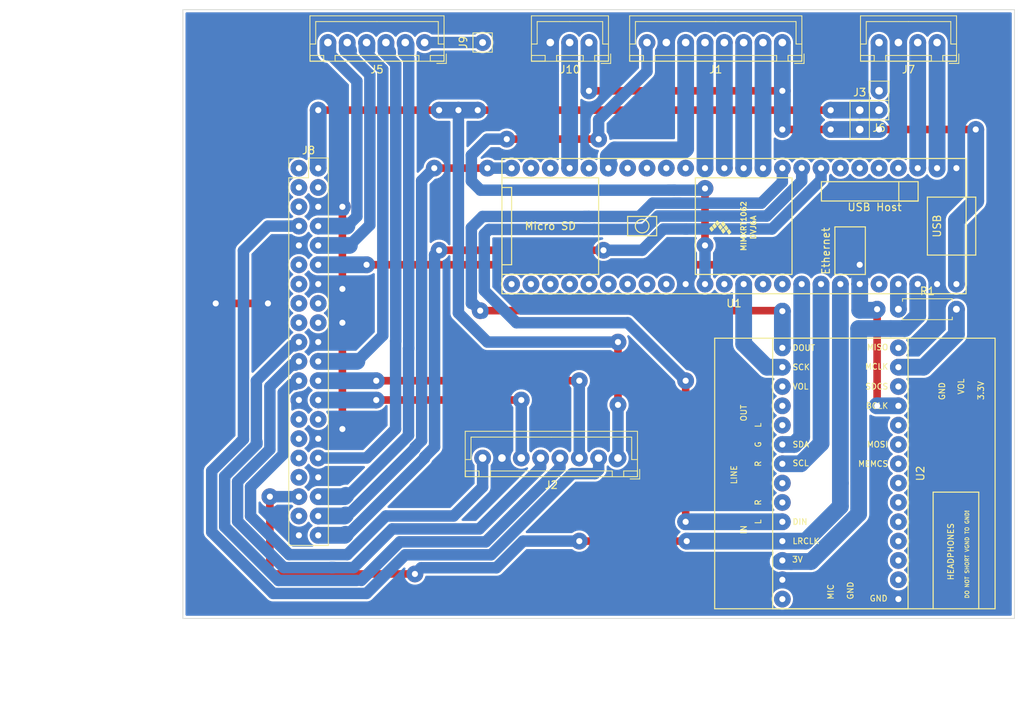
<source format=kicad_pcb>
(kicad_pcb (version 20171130) (host pcbnew "(5.1.6)-1")
  (layers (0 F.Cu signal) (31 B.Cu signal) (34 B.Paste user) (35 F.Paste user) (36 B.SilkS user) (37 F.SilkS user) (38 B.Mask user) (39 F.Mask user) (44 Edge.Cuts user))
  (net 0 "")
  (net 1 T3_TOUCH_CS)
  (net 2 T3_LED_CS)
  (net 3 T3_CD)
  (net 4 T3_SCLK)
  (net 5 T3_MOSI)
  (net 6 T3_MISO)
  (net 7 GND)
  (net 8 T41_VIN)
  (net 9 RPI_5V)
  (net 10 RPI_MISO)
  (net 11 RPI_MOSI)
  (net 12 RPI_SCLK)
  (net 13 RPI_CD)
  (net 14 RPI_LED_CS)
  (net 15 RPI_TOUCH_CS)
  (net 16 T32_VIN)
  (net 17 RPI_3.3V)
  (net 18 OCTO_SDA)
  (net 19 OCTO_SCL)
  (net 20 RPI_TX)
  (net 21 RPI_RX)
  (net 22 UNUSED_DISPLAY_TOUCH_IRQ)
  (net 23 BCLK1)
  (net 24 OCTO_MULT0)
  (net 25 OCTO_MULT1)
  (net 26 OCTO_MULT2)
  (net 27 OCTO_MULT3)
  (net 28 RPI_READY)
  (net 29 OCTO_RESET)
  (net 30 RPI_I2S_RX_ACTIVE)
  (net 31 LRCLK1)
  (net 32 RPI_I2S_TX_ACTIVE)
  (net 33 I2S_TX1B)
  (net 34 I2S_RX1B)
  (net 35 RPI_RUN)
  (net 36 LED_DIN)
  (net 37 T41_RX)
  (net 38 T41_TX)
  (net 39 MCLK1)
  (net 40 "Net-(R1-Pad2)")
  (net 41 T41_3.3V)
  (net 42 "Net-(U1-Pad44)")
  (net 43 I2C_SCL)
  (net 44 I2C_SCA)
  (net 45 "Net-(U1-Pad39)")
  (net 46 "Net-(U1-Pad38)")
  (net 47 I2C_SCLK)
  (net 48 "Net-(U1-Pad36)")
  (net 49 "Net-(U1-Pad4)")
  (net 50 "Net-(U1-Pad5)")
  (net 51 "Net-(U1-Pad6)")
  (net 52 "Net-(U1-Pad7)")
  (net 53 I2S_TX1A)
  (net 54 I2S_RX1A)
  (net 55 "Net-(U1-Pad33)")
  (net 56 "Net-(U1-Pad32)")
  (net 57 "Net-(U1-Pad31)")
  (net 58 "Net-(U1-Pad30)")
  (net 59 "Net-(U1-Pad29)")
  (net 60 "Net-(U1-Pad28)")
  (net 61 "Net-(U1-Pad27)")
  (net 62 "Net-(U1-Pad26)")
  (net 63 "Net-(U1-Pad25)")
  (net 64 "Net-(U1-Pad23)")
  (net 65 "Net-(U1-Pad22)")
  (net 66 +3V3)
  (net 67 "Net-(U1-Pad16)")
  (net 68 "Net-(U1-Pad20)")
  (net 69 "Net-(U1-Pad18)")
  (net 70 "Net-(U1-Pad17)")
  (net 71 "Net-(U2-Pad2)")
  (net 72 "Net-(U2-Pad3)")
  (net 73 "Net-(U2-Pad4)")
  (net 74 "Net-(U2-Pad5)")
  (net 75 "Net-(U2-Pad6)")
  (net 76 "Net-(U2-Pad7)")
  (net 77 "Net-(U2-Pad8)")
  (net 78 "Net-(U2-Pad9)")
  (net 79 "Net-(U2-Pad10)")
  (net 80 "Net-(U2-Pad12)")
  (net 81 "Net-(U2-Pad14)")
  (net 82 "Net-(U2-Pad22)")
  (net 83 "Net-(U2-Pad23)")
  (net 84 "Net-(U2-Pad28)")
  (net 85 "Net-(U2-Pad19)")
  (net 86 "Net-(U2-Pad18)")
  (net 87 "Net-(U2-Pad17)")
  (net 88 "Net-(J8-Pad17)")
  (net 89 "Net-(J8-Pad27)")
  (net 90 "Net-(J8-Pad28)")
  (net 91 "Net-(J8-Pad31)")
  (net 92 "Net-(J8-Pad33)")
  (net 93 "Net-(J8-Pad37)")
  (net 94 "Net-(J8-Pad4)")
  (module 0_my_teensy:myTeensy41 (layer F.Cu) (at 101.6 -59.182 180)
    (fp_text reference U1 (at 29.21 -17.78) (layer F.SilkS))
    (fp_text value myTeensy4.1)
    (fp_text user DVJ6A (at 26.67 -7.8 270) (layer F.SilkS) (effects (font (size 0.7 0.7))))
    (fp_text user MIMXRT1062 (at 27.94 -7.62 270) (layer F.SilkS) (effects (font (size 0.7 0.7))))
    (fp_text user "Micro SD" (at 53.34 -7.62) (layer F.SilkS))
    (fp_text user USB (at 2.54 -7.62 270) (layer F.SilkS))
    (fp_text user Ethernet (at 17.145 -10.8966 90) (layer F.SilkS))
    (fp_text user "USB Host" (at 10.7442 -5.1308) (layer F.SilkS))
    (pad 48 thru_hole circle (at 0 -15.24 180) (size 2.2 2.2) (drill 0.8) (layers *.Cu *.Mask) (net 8 T41_VIN))
    (pad 47 thru_hole circle (at 2.54 -15.24 180) (size 2.2 2.2) (drill 0.8) (layers *.Cu *.Mask) (net 7 GND))
    (pad 46 thru_hole circle (at 5.08 -15.24 180) (size 2.2 2.2) (drill 0.8) (layers *.Cu *.Mask) (net 41 T41_3.3V))
    (pad 45 thru_hole circle (at 7.62 -15.24 180) (size 2.2 2.2) (drill 0.8) (layers *.Cu *.Mask) (net 39 MCLK1))
    (pad 44 thru_hole circle (at 10.16 -15.24 180) (size 2.2 2.2) (drill 0.8) (layers *.Cu *.Mask) (net 42 "Net-(U1-Pad44)"))
    (pad 43 thru_hole circle (at 12.7 -15.24 180) (size 2.2 2.2) (drill 0.8) (layers *.Cu *.Mask) (net 23 BCLK1))
    (pad 42 thru_hole circle (at 15.24 -15.24 180) (size 2.2 2.2) (drill 0.8) (layers *.Cu *.Mask) (net 31 LRCLK1))
    (pad 41 thru_hole circle (at 17.78 -15.24 180) (size 2.2 2.2) (drill 0.8) (layers *.Cu *.Mask) (net 43 I2C_SCL))
    (pad 40 thru_hole circle (at 20.32 -15.24 180) (size 2.2 2.2) (drill 0.8) (layers *.Cu *.Mask) (net 44 I2C_SCA))
    (pad 39 thru_hole circle (at 22.86 -15.24 180) (size 2.2 2.2) (drill 0.8) (layers *.Cu *.Mask) (net 45 "Net-(U1-Pad39)"))
    (pad 38 thru_hole circle (at 25.4 -15.24 180) (size 2.2 2.2) (drill 0.8) (layers *.Cu *.Mask) (net 46 "Net-(U1-Pad38)"))
    (pad 37 thru_hole circle (at 27.94 -15.24 180) (size 2.2 2.2) (drill 0.8) (layers *.Cu *.Mask) (net 47 I2C_SCLK))
    (pad 36 thru_hole circle (at 30.48 -15.24 180) (size 2.2 2.2) (drill 0.8) (layers *.Cu *.Mask) (net 48 "Net-(U1-Pad36)"))
    (pad 35 thru_hole circle (at 33.02 -15.24 180) (size 2.2 2.2) (drill 0.8) (layers *.Cu *.Mask) (net 4 T3_SCLK))
    (pad 1 thru_hole circle (at 0 0 180) (size 2.2 2.2) (drill 0.8) (layers *.Cu *.Mask) (net 7 GND))
    (pad 2 thru_hole circle (at 2.54 0 180) (size 2.2 2.2) (drill 0.8) (layers *.Cu *.Mask) (net 37 T41_RX))
    (pad 3 thru_hole circle (at 5.08 0 180) (size 2.2 2.2) (drill 0.8) (layers *.Cu *.Mask) (net 38 T41_TX))
    (pad 4 thru_hole circle (at 7.62 0 180) (size 2.2 2.2) (drill 0.8) (layers *.Cu *.Mask) (net 49 "Net-(U1-Pad4)"))
    (pad 5 thru_hole circle (at 10.16 0 180) (size 2.2 2.2) (drill 0.8) (layers *.Cu *.Mask) (net 50 "Net-(U1-Pad5)"))
    (pad 6 thru_hole circle (at 12.7 0 180) (size 2.2 2.2) (drill 0.8) (layers *.Cu *.Mask) (net 51 "Net-(U1-Pad6)"))
    (pad 7 thru_hole circle (at 15.24 0 180) (size 2.2 2.2) (drill 0.8) (layers *.Cu *.Mask) (net 52 "Net-(U1-Pad7)"))
    (pad 8 thru_hole circle (at 17.78 0 180) (size 2.2 2.2) (drill 0.8) (layers *.Cu *.Mask) (net 34 I2S_RX1B))
    (pad 9 thru_hole circle (at 20.32 0 180) (size 2.2 2.2) (drill 0.8) (layers *.Cu *.Mask) (net 53 I2S_TX1A))
    (pad 10 thru_hole circle (at 22.86 0 180) (size 2.2 2.2) (drill 0.8) (layers *.Cu *.Mask) (net 54 I2S_RX1A))
    (pad 11 thru_hole circle (at 25.4 0 180) (size 2.2 2.2) (drill 0.8) (layers *.Cu *.Mask) (net 3 T3_CD))
    (pad 12 thru_hole circle (at 27.94 0 180) (size 2.2 2.2) (drill 0.8) (layers *.Cu *.Mask) (net 2 T3_LED_CS))
    (pad 13 thru_hole circle (at 30.48 0 180) (size 2.2 2.2) (drill 0.8) (layers *.Cu *.Mask) (net 5 T3_MOSI))
    (pad 34 thru_hole circle (at 35.56 -15.24 180) (size 2.2 2.2) (drill 0.8) (layers *.Cu *.Mask) (net 7 GND))
    (pad 33 thru_hole circle (at 38.1 -15.24 180) (size 2.2 2.2) (drill 0.8) (layers *.Cu *.Mask) (net 55 "Net-(U1-Pad33)"))
    (pad 32 thru_hole circle (at 40.64 -15.24 180) (size 2.2 2.2) (drill 0.8) (layers *.Cu *.Mask) (net 56 "Net-(U1-Pad32)"))
    (pad 31 thru_hole circle (at 43.18 -15.24 180) (size 2.2 2.2) (drill 0.8) (layers *.Cu *.Mask) (net 57 "Net-(U1-Pad31)"))
    (pad 30 thru_hole circle (at 45.72 -15.24 180) (size 2.2 2.2) (drill 0.8) (layers *.Cu *.Mask) (net 58 "Net-(U1-Pad30)"))
    (pad 29 thru_hole circle (at 48.26 -15.24 180) (size 2.2 2.2) (drill 0.8) (layers *.Cu *.Mask) (net 59 "Net-(U1-Pad29)"))
    (pad 28 thru_hole circle (at 50.8 -15.24 180) (size 2.2 2.2) (drill 0.8) (layers *.Cu *.Mask) (net 60 "Net-(U1-Pad28)"))
    (pad 27 thru_hole circle (at 53.34 -15.24 180) (size 2.2 2.2) (drill 0.8) (layers *.Cu *.Mask) (net 61 "Net-(U1-Pad27)"))
    (pad 26 thru_hole circle (at 55.88 -15.24 180) (size 2.2 2.2) (drill 0.8) (layers *.Cu *.Mask) (net 62 "Net-(U1-Pad26)"))
    (pad 25 thru_hole circle (at 58.42 -15.24 180) (size 2.2 2.2) (drill 0.8) (layers *.Cu *.Mask) (net 63 "Net-(U1-Pad25)"))
    (pad 24 thru_hole circle (at 58.42 0 180) (size 2.2 2.2) (drill 0.8) (layers *.Cu *.Mask) (net 33 I2S_TX1B))
    (pad 23 thru_hole circle (at 55.88 0 180) (size 2.2 2.2) (drill 0.8) (layers *.Cu *.Mask) (net 64 "Net-(U1-Pad23)"))
    (pad 22 thru_hole circle (at 53.34 0 180) (size 2.2 2.2) (drill 0.8) (layers *.Cu *.Mask) (net 65 "Net-(U1-Pad22)"))
    (pad 21 thru_hole circle (at 50.8 0 180) (size 2.2 2.2) (drill 0.8) (layers *.Cu *.Mask) (net 36 LED_DIN))
    (pad 14 thru_hole circle (at 33.02 0 180) (size 2.2 2.2) (drill 0.8) (layers *.Cu *.Mask) (net 6 T3_MISO))
    (pad 15 thru_hole circle (at 35.56 0 180) (size 2.2 2.2) (drill 0.8) (layers *.Cu *.Mask) (net 66 +3V3))
    (pad 16 thru_hole circle (at 38.1 0 180) (size 2.2 2.2) (drill 0.8) (layers *.Cu *.Mask) (net 67 "Net-(U1-Pad16)"))
    (pad 20 thru_hole circle (at 48.26 0 180) (size 2.2 2.2) (drill 0.8) (layers *.Cu *.Mask) (net 68 "Net-(U1-Pad20)"))
    (pad 19 thru_hole circle (at 45.72 0 180) (size 2.2 2.2) (drill 0.8) (layers *.Cu *.Mask) (net 1 T3_TOUCH_CS))
    (pad 18 thru_hole circle (at 43.18 0 180) (size 2.2 2.2) (drill 0.8) (layers *.Cu *.Mask) (net 69 "Net-(U1-Pad18)"))
    (pad 17 thru_hole circle (at 40.64 0 180) (size 2.2 2.2) (drill 0.8) (layers *.Cu *.Mask) (net 70 "Net-(U1-Pad17)"))
  )
  (module 0_my_teensy:audioShieldRevB (layer F.Cu) (at 93.98 -2.54 90)
    (fp_text reference U2 (at 16.51 2.89814 90) (layer F.SilkS))
    (fp_text value teensyAudioRevB)
    (fp_text user 3.3V (at 27.40406 10.8458 90) (layer F.SilkS) (effects (font (size 0.762 0.762) (thickness 0.127))))
    (fp_text user VOL (at 27.94 8.23976 90) (layer F.SilkS) (effects (font (size 0.762 0.762) (thickness 0.127))))
    (fp_text user GND (at 27.331489 5.73278 90) (layer F.SilkS) (effects (font (size 0.762 0.762) (thickness 0.127))))
    (fp_text user L (at 22.86 -18.415 90) (layer F.SilkS) (effects (font (size 0.762 0.762) (thickness 0.127))))
    (fp_text user G (at 20.32 -18.415 90) (layer F.SilkS) (effects (font (size 0.762 0.762) (thickness 0.127))))
    (fp_text user R (at 17.78 -18.415 90) (layer F.SilkS) (effects (font (size 0.762 0.762) (thickness 0.127))))
    (fp_text user R (at 12.7 -18.415 90) (layer F.SilkS) (effects (font (size 0.762 0.762) (thickness 0.127))))
    (fp_text user L (at 10.16 -18.415 90) (layer F.SilkS) (effects (font (size 0.762 0.762) (thickness 0.127))))
    (fp_text user OUT (at 24.4602 -20.31238 90) (layer F.SilkS) (effects (font (size 0.762 0.762) (thickness 0.127))))
    (fp_text user IN (at 9.1186 -20.30984 90) (layer F.SilkS) (effects (font (size 0.762 0.762) (thickness 0.127))))
    (fp_text user GND (at 0.08636 -2.594852) (layer F.SilkS) (effects (font (size 0.762 0.762) (thickness 0.127))))
    (fp_text user MIC (at 0.954314 -8.88238 90) (layer F.SilkS) (effects (font (size 0.762 0.762) (thickness 0.127))))
    (fp_text user GND (at 1.1176 -6.29412 90) (layer F.SilkS) (effects (font (size 0.762 0.762) (thickness 0.127))))
    (fp_text user SCK (at 30.48 -13.97 180) (layer F.SilkS) (effects (font (size 0.762 0.762) (thickness 0.127)) (justify left)))
    (fp_text user VOL (at 27.94 -13.97) (layer F.SilkS) (effects (font (size 0.762 0.762) (thickness 0.127)) (justify left)))
    (fp_text user 3V (at 5.20954 -13.254808) (layer F.SilkS) (effects (font (size 0.762 0.762) (thickness 0.127))))
    (fp_text user LRCLK (at 7.62 -13.97) (layer F.SilkS) (effects (font (size 0.762 0.762) (thickness 0.127)) (justify left)))
    (fp_text user BCLK (at 25.4 -1.27) (layer F.SilkS) (effects (font (size 0.762 0.762) (thickness 0.127)) (justify right)))
    (fp_text user SCL (at 17.86636 -13.97) (layer F.SilkS) (effects (font (size 0.762 0.762) (thickness 0.127)) (justify left)))
    (fp_text user SDA (at 20.32 -13.97) (layer F.SilkS) (effects (font (size 0.762 0.762) (thickness 0.127)) (justify left)))
    (fp_text user MEMCS (at 17.78 -1.27 180) (layer F.SilkS) (effects (font (size 0.762 0.762) (thickness 0.127)) (justify right)))
    (fp_text user DIN (at 10.16 -13.97) (layer F.SilkS) (effects (font (size 0.762 0.762) (thickness 0.127)) (justify left)))
    (fp_text user DOUT (at 33.02 -13.97) (layer F.SilkS) (effects (font (size 0.762 0.762) (thickness 0.127)) (justify left)))
    (fp_text user SDCS (at 27.94 -1.27) (layer F.SilkS) (effects (font (size 0.762 0.762) (thickness 0.127)) (justify right)))
    (fp_text user MOSI (at 20.32 -1.27) (layer F.SilkS) (effects (font (size 0.762 0.762) (thickness 0.127)) (justify right)))
    (fp_text user MISO (at 33.09112 -1.27) (layer F.SilkS) (effects (font (size 0.762 0.762) (thickness 0.127)) (justify right)))
    (fp_text user HEADPHONES (at 6.23316 6.88594 90) (layer F.SilkS) (effects (font (size 0.762 0.762) (thickness 0.127))))
    (fp_text user "DO NOT SHORT VGND TO GND!" (at 5.87756 9.02208 90) (layer F.SilkS) (effects (font (size 0.508 0.508) (thickness 0.1016))))
    (fp_text user LINE (at 16.34236 -21.59 90) (layer F.SilkS) (effects (font (size 0.762 0.762) (thickness 0.127))))
    (fp_text user MCLK (at 30.55112 -1.27) (layer F.SilkS) (effects (font (size 0.762 0.762) (thickness 0.127)) (justify right)))
    (pad 1 thru_hole circle (at 0 0 90) (size 2.2 2.2) (drill 0.8) (layers *.Cu *.Mask) (net 7 GND))
    (pad 2 thru_hole circle (at 2.54 0 90) (size 2.2 2.2) (drill 0.8) (layers *.Cu *.Mask) (net 71 "Net-(U2-Pad2)"))
    (pad 3 thru_hole circle (at 5.08 0 90) (size 2.2 2.2) (drill 0.8) (layers *.Cu *.Mask) (net 72 "Net-(U2-Pad3)"))
    (pad 4 thru_hole circle (at 7.62 0 90) (size 2.2 2.2) (drill 0.8) (layers *.Cu *.Mask) (net 73 "Net-(U2-Pad4)"))
    (pad 5 thru_hole circle (at 10.16 0 90) (size 2.2 2.2) (drill 0.8) (layers *.Cu *.Mask) (net 74 "Net-(U2-Pad5)"))
    (pad 6 thru_hole circle (at 12.7 0 90) (size 2.2 2.2) (drill 0.8) (layers *.Cu *.Mask) (net 75 "Net-(U2-Pad6)"))
    (pad 7 thru_hole circle (at 15.24 0 90) (size 2.2 2.2) (drill 0.8) (layers *.Cu *.Mask) (net 76 "Net-(U2-Pad7)"))
    (pad 8 thru_hole circle (at 17.78 0 90) (size 2.2 2.2) (drill 0.8) (layers *.Cu *.Mask) (net 77 "Net-(U2-Pad8)"))
    (pad 9 thru_hole circle (at 20.32 0 90) (size 2.2 2.2) (drill 0.8) (layers *.Cu *.Mask) (net 78 "Net-(U2-Pad9)"))
    (pad 10 thru_hole circle (at 22.86 0 90) (size 2.2 2.2) (drill 0.8) (layers *.Cu *.Mask) (net 79 "Net-(U2-Pad10)"))
    (pad 11 thru_hole circle (at 25.4 0 90) (size 2.2 2.2) (drill 0.8) (layers *.Cu *.Mask) (net 23 BCLK1))
    (pad 12 thru_hole circle (at 27.94 0 90) (size 2.2 2.2) (drill 0.8) (layers *.Cu *.Mask) (net 80 "Net-(U2-Pad12)"))
    (pad 13 thru_hole circle (at 30.48 0 90) (size 2.2 2.2) (drill 0.8) (layers *.Cu *.Mask) (net 40 "Net-(R1-Pad2)"))
    (pad 14 thru_hole circle (at 33.02 0 90) (size 2.2 2.2) (drill 0.8) (layers *.Cu *.Mask) (net 81 "Net-(U2-Pad14)"))
    (pad 15 thru_hole circle (at 33.02 -15.24 90) (size 2.2 2.2) (drill 0.8) (layers *.Cu *.Mask) (net 54 I2S_RX1A))
    (pad 16 thru_hole circle (at 30.48 -15.24 90) (size 2.2 2.2) (drill 0.8) (layers *.Cu *.Mask) (net 47 I2C_SCLK))
    (pad 17 thru_hole circle (at 27.94 -15.24 90) (size 2.2 2.2) (drill 0.8) (layers *.Cu *.Mask) (net 87 "Net-(U2-Pad17)"))
    (pad 18 thru_hole circle (at 25.4 -15.24 90) (size 2.2 2.2) (drill 0.8) (layers *.Cu *.Mask) (net 86 "Net-(U2-Pad18)"))
    (pad 19 thru_hole circle (at 22.86 -15.24 90) (size 2.2 2.2) (drill 0.8) (layers *.Cu *.Mask) (net 85 "Net-(U2-Pad19)"))
    (pad 20 thru_hole circle (at 20.32 -15.24 90) (size 2.2 2.2) (drill 0.8) (layers *.Cu *.Mask) (net 44 I2C_SCA))
    (pad 21 thru_hole circle (at 17.78 -15.24 90) (size 2.2 2.2) (drill 0.8) (layers *.Cu *.Mask) (net 43 I2C_SCL))
    (pad 22 thru_hole circle (at 15.24 -15.24 90) (size 2.2 2.2) (drill 0.8) (layers *.Cu *.Mask) (net 82 "Net-(U2-Pad22)"))
    (pad 23 thru_hole circle (at 12.7 -15.24 90) (size 2.2 2.2) (drill 0.8) (layers *.Cu *.Mask) (net 83 "Net-(U2-Pad23)"))
    (pad 24 thru_hole circle (at 10.16 -15.24 90) (size 2.2 2.2) (drill 0.8) (layers *.Cu *.Mask) (net 53 I2S_TX1A))
    (pad 25 thru_hole circle (at 7.62 -15.24 90) (size 2.2 2.2) (drill 0.8) (layers *.Cu *.Mask) (net 31 LRCLK1))
    (pad 26 thru_hole circle (at 5.08 -15.24 90) (size 2.2 2.2) (drill 0.8) (layers *.Cu *.Mask) (net 41 T41_3.3V))
    (pad 27 thru_hole circle (at 2.54 -15.24 90) (size 2.2 2.2) (drill 0.8) (layers *.Cu *.Mask) (net 7 GND))
    (pad 28 thru_hole circle (at 0 -15.24 90) (size 2.2 2.2) (drill 0.8) (layers *.Cu *.Mask) (net 84 "Net-(U2-Pad28)"))
  )
  (module 0_my_footprints:myJSTx08 (layer F.Cu) (at 78.74 -75.692 180)
    (fp_text reference J1 (at 8.75 -3.55) (layer F.SilkS))
    (fp_text value T3_ILI9488)
    (pad 8 thru_hole circle (at 17.78 0 180) (size 2.2 2.2) (drill 1) (layers *.Cu *.Mask) (net 4 T3_SCLK))
    (pad 7 thru_hole circle (at 15.24 0 180) (size 2.2 2.2) (drill 1) (layers *.Cu *.Mask) (net 7 GND))
    (pad 6 thru_hole circle (at 12.7 0 180) (size 2.2 2.2) (drill 1) (layers *.Cu *.Mask) (net 1 T3_TOUCH_CS))
    (pad 5 thru_hole circle (at 10.16 0 180) (size 2.2 2.2) (drill 1) (layers *.Cu *.Mask) (net 6 T3_MISO))
    (pad 4 thru_hole circle (at 7.62 0 180) (size 2.2 2.2) (drill 1) (layers *.Cu *.Mask) (net 5 T3_MOSI))
    (pad 3 thru_hole circle (at 5.08 0 180) (size 2.2 2.2) (drill 1) (layers *.Cu *.Mask) (net 2 T3_LED_CS))
    (pad 2 thru_hole circle (at 2.54 0 180) (size 2.2 2.2) (drill 1) (layers *.Cu *.Mask) (net 3 T3_CD))
    (pad 1 thru_hole circle (at 0 0 180) (size 2.2 2.2) (drill 1) (layers *.Cu *.Mask) (net 8 T41_VIN))
  )
  (module 0_my_footprints:myJSTx08 (layer F.Cu) (at 57.15 -21.082 180)
    (fp_text reference J2 (at 8.75 -3.55) (layer F.SilkS))
    (fp_text value RPI_ILI9488)
    (pad 1 thru_hole circle (at 0 0 180) (size 2.2 2.2) (drill 1) (layers *.Cu *.Mask) (net 9 RPI_5V))
    (pad 2 thru_hole circle (at 2.54 0 180) (size 2.2 2.2) (drill 1) (layers *.Cu *.Mask) (net 13 RPI_CD))
    (pad 3 thru_hole circle (at 5.08 0 180) (size 2.2 2.2) (drill 1) (layers *.Cu *.Mask) (net 14 RPI_LED_CS))
    (pad 4 thru_hole circle (at 7.62 0 180) (size 2.2 2.2) (drill 1) (layers *.Cu *.Mask) (net 11 RPI_MOSI))
    (pad 5 thru_hole circle (at 10.16 0 180) (size 2.2 2.2) (drill 1) (layers *.Cu *.Mask) (net 10 RPI_MISO))
    (pad 6 thru_hole circle (at 12.7 0 180) (size 2.2 2.2) (drill 1) (layers *.Cu *.Mask) (net 15 RPI_TOUCH_CS))
    (pad 7 thru_hole circle (at 15.24 0 180) (size 2.2 2.2) (drill 1) (layers *.Cu *.Mask) (net 7 GND))
    (pad 8 thru_hole circle (at 17.78 0 180) (size 2.2 2.2) (drill 1) (layers *.Cu *.Mask) (net 12 RPI_SCLK))
  )
  (module 0_my_footprints:myPinHeader_1x02 (layer F.Cu) (at 88.9 -66.802)
    (fp_text reference J3 (at 0 -2.33) (layer F.SilkS))
    (fp_text value "T41 Power")
    (pad 1 thru_hole circle (at 0 0) (size 2.2 2.2) (drill 1) (layers *.Cu *.Mask) (net 9 RPI_5V))
    (pad 2 thru_hole circle (at 0 2.54) (size 2.2 2.2) (drill 1) (layers *.Cu *.Mask) (net 8 T41_VIN))
  )
  (module 0_my_footprints:myJSTx06 (layer F.Cu) (at 31.75 -75.692 180)
    (fp_text reference J5 (at 6.25 -3.55) (layer F.SilkS))
    (fp_text value "rPi to T32")
    (pad 1 thru_hole circle (at 0 0 180) (size 2.2 2.2) (drill 1) (layers *.Cu *.Mask) (net 35 RPI_RUN))
    (pad 2 thru_hole circle (at 2.54 0 180) (size 2.2 2.2) (drill 1) (layers *.Cu *.Mask) (net 32 RPI_I2S_TX_ACTIVE))
    (pad 3 thru_hole circle (at 5.08 0 180) (size 2.2 2.2) (drill 1) (layers *.Cu *.Mask) (net 30 RPI_I2S_RX_ACTIVE))
    (pad 4 thru_hole circle (at 7.62 0 180) (size 2.2 2.2) (drill 1) (layers *.Cu *.Mask) (net 28 RPI_READY))
    (pad 5 thru_hole circle (at 10.16 0 180) (size 2.2 2.2) (drill 1) (layers *.Cu *.Mask) (net 21 RPI_RX))
    (pad 6 thru_hole circle (at 12.7 0 180) (size 2.2 2.2) (drill 1) (layers *.Cu *.Mask) (net 20 RPI_TX))
  )
  (module 0_my_footprints:myPinHeader_1x02 (layer F.Cu) (at 91.44 -66.802 180)
    (fp_text reference J6 (at 0 -2.33) (layer F.SilkS))
    (fp_text value "T32 Power")
    (pad 2 thru_hole circle (at 0 2.54 180) (size 2.2 2.2) (drill 1) (layers *.Cu *.Mask) (net 16 T32_VIN))
    (pad 1 thru_hole circle (at 0 0 180) (size 2.2 2.2) (drill 1) (layers *.Cu *.Mask) (net 9 RPI_5V))
  )
  (module 0_my_footprints:myJSTx04 (layer F.Cu) (at 99.06 -75.692 180)
    (fp_text reference J7 (at 3.75 -3.55) (layer F.SilkS))
    (fp_text value "T41 to T32")
    (pad 1 thru_hole circle (at 0 0 180) (size 2.2 2.2) (drill 1) (layers *.Cu *.Mask) (net 37 T41_RX))
    (pad 2 thru_hole circle (at 2.54 0 180) (size 2.2 2.2) (drill 1) (layers *.Cu *.Mask) (net 38 T41_TX))
    (pad 3 thru_hole circle (at 5.08 0 180) (size 2.2 2.2) (drill 1) (layers *.Cu *.Mask) (net 7 GND))
    (pad 4 thru_hole circle (at 7.62 0 180) (size 2.2 2.2) (drill 1) (layers *.Cu *.Mask) (net 16 T32_VIN))
  )
  (module 0_my_footprints:myRpiConnector (layer F.Cu) (at 15.24 -59.182)
    (fp_text reference J8 (at 1.27 -2.33) (layer F.SilkS))
    (fp_text value rpi_connector)
    (pad 1 thru_hole circle (at 0 0) (size 2.2 2.2) (drill 0.8) (layers *.Cu *.Mask) (net 17 RPI_3.3V))
    (pad 2 thru_hole circle (at 2.54 0) (size 2.2 2.2) (drill 0.8) (layers *.Cu *.Mask) (net 9 RPI_5V))
    (pad 3 thru_hole circle (at 0 2.54) (size 2.2 2.2) (drill 0.8) (layers *.Cu *.Mask) (net 18 OCTO_SDA))
    (pad 4 thru_hole circle (at 2.54 2.54) (size 2.2 2.2) (drill 0.8) (layers *.Cu *.Mask) (net 94 "Net-(J8-Pad4)"))
    (pad 5 thru_hole circle (at 0 5.08) (size 2.2 2.2) (drill 0.8) (layers *.Cu *.Mask) (net 19 OCTO_SCL))
    (pad 6 thru_hole circle (at 2.54 5.08) (size 2.2 2.2) (drill 0.8) (layers *.Cu *.Mask) (net 7 GND))
    (pad 7 thru_hole circle (at 0 7.62) (size 2.2 2.2) (drill 0.8) (layers *.Cu *.Mask) (net 13 RPI_CD))
    (pad 8 thru_hole circle (at 2.54 7.62) (size 2.2 2.2) (drill 0.8) (layers *.Cu *.Mask) (net 20 RPI_TX))
    (pad 9 thru_hole circle (at 0 10.16) (size 2.2 2.2) (drill 0.8) (layers *.Cu *.Mask) (net 7 GND))
    (pad 10 thru_hole circle (at 2.54 10.16) (size 2.2 2.2) (drill 0.8) (layers *.Cu *.Mask) (net 21 RPI_RX))
    (pad 11 thru_hole circle (at 0 12.7) (size 2.2 2.2) (drill 0.8) (layers *.Cu *.Mask) (net 22 UNUSED_DISPLAY_TOUCH_IRQ))
    (pad 12 thru_hole circle (at 2.54 12.7) (size 2.2 2.2) (drill 0.8) (layers *.Cu *.Mask) (net 23 BCLK1))
    (pad 13 thru_hole circle (at 0 15.24) (size 2.2 2.2) (drill 0.8) (layers *.Cu *.Mask) (net 24 OCTO_MULT0))
    (pad 14 thru_hole circle (at 2.54 15.24) (size 2.2 2.2) (drill 0.8) (layers *.Cu *.Mask) (net 7 GND))
    (pad 15 thru_hole circle (at 0 17.78) (size 2.2 2.2) (drill 0.8) (layers *.Cu *.Mask) (net 25 OCTO_MULT1))
    (pad 16 thru_hole circle (at 2.54 17.78) (size 2.2 2.2) (drill 0.8) (layers *.Cu *.Mask) (net 26 OCTO_MULT2))
    (pad 17 thru_hole circle (at 0 20.32) (size 2.2 2.2) (drill 0.8) (layers *.Cu *.Mask) (net 88 "Net-(J8-Pad17)"))
    (pad 18 thru_hole circle (at 2.54 20.32) (size 2.2 2.2) (drill 0.8) (layers *.Cu *.Mask) (net 27 OCTO_MULT3))
    (pad 19 thru_hole circle (at 0 22.86) (size 2.2 2.2) (drill 0.8) (layers *.Cu *.Mask) (net 11 RPI_MOSI))
    (pad 20 thru_hole circle (at 2.54 22.86) (size 2.2 2.2) (drill 0.8) (layers *.Cu *.Mask) (net 7 GND))
    (pad 21 thru_hole circle (at 0 25.4) (size 2.2 2.2) (drill 0.8) (layers *.Cu *.Mask) (net 10 RPI_MISO))
    (pad 22 thru_hole circle (at 2.54 25.4) (size 2.2 2.2) (drill 0.8) (layers *.Cu *.Mask) (net 28 RPI_READY))
    (pad 23 thru_hole circle (at 0 27.94) (size 2.2 2.2) (drill 0.8) (layers *.Cu *.Mask) (net 12 RPI_SCLK))
    (pad 24 thru_hole circle (at 2.54 27.94) (size 2.2 2.2) (drill 0.8) (layers *.Cu *.Mask) (net 14 RPI_LED_CS))
    (pad 25 thru_hole circle (at 0 30.48) (size 2.2 2.2) (drill 0.8) (layers *.Cu *.Mask) (net 7 GND))
    (pad 26 thru_hole circle (at 2.54 30.48) (size 2.2 2.2) (drill 0.8) (layers *.Cu *.Mask) (net 15 RPI_TOUCH_CS))
    (pad 27 thru_hole circle (at 0 33.02) (size 2.2 2.2) (drill 0.8) (layers *.Cu *.Mask) (net 89 "Net-(J8-Pad27)"))
    (pad 28 thru_hole circle (at 2.54 33.02) (size 2.2 2.2) (drill 0.8) (layers *.Cu *.Mask) (net 90 "Net-(J8-Pad28)"))
    (pad 29 thru_hole circle (at 0 35.56) (size 2.2 2.2) (drill 0.8) (layers *.Cu *.Mask) (net 29 OCTO_RESET))
    (pad 30 thru_hole circle (at 2.54 35.56) (size 2.2 2.2) (drill 0.8) (layers *.Cu *.Mask) (net 7 GND))
    (pad 31 thru_hole circle (at 0 38.1) (size 2.2 2.2) (drill 0.8) (layers *.Cu *.Mask) (net 91 "Net-(J8-Pad31)"))
    (pad 32 thru_hole circle (at 2.54 38.1) (size 2.2 2.2) (drill 0.8) (layers *.Cu *.Mask) (net 30 RPI_I2S_RX_ACTIVE))
    (pad 33 thru_hole circle (at 0 40.64) (size 2.2 2.2) (drill 0.8) (layers *.Cu *.Mask) (net 92 "Net-(J8-Pad33)"))
    (pad 34 thru_hole circle (at 2.54 40.64) (size 2.2 2.2) (drill 0.8) (layers *.Cu *.Mask) (net 7 GND))
    (pad 35 thru_hole circle (at 0 43.18) (size 2.2 2.2) (drill 0.8) (layers *.Cu *.Mask) (net 31 LRCLK1))
    (pad 36 thru_hole circle (at 2.54 43.18) (size 2.2 2.2) (drill 0.8) (layers *.Cu *.Mask) (net 32 RPI_I2S_TX_ACTIVE))
    (pad 37 thru_hole circle (at 0 45.72) (size 2.2 2.2) (drill 0.8) (layers *.Cu *.Mask) (net 93 "Net-(J8-Pad37)"))
    (pad 38 thru_hole circle (at 2.54 45.72) (size 2.2 2.2) (drill 0.8) (layers *.Cu *.Mask) (net 33 I2S_TX1B))
    (pad 39 thru_hole circle (at 0 48.26) (size 2.2 2.2) (drill 0.8) (layers *.Cu *.Mask) (net 7 GND))
    (pad 40 thru_hole circle (at 2.54 48.26) (size 2.2 2.2) (drill 0.8) (layers *.Cu *.Mask) (net 34 I2S_RX1B))
  )
  (module cnc3018-PCB:my1pin (layer F.Cu) (at 39.37 -75.692 270)
    (fp_text reference J9 (at 0 2.54 90) (layer F.SilkS))
    (fp_text value RPI_RUN)
    (pad 1 thru_hole circle (at 0 0 270) (size 2.2 2.2) (drill 0.9) (layers *.Cu *.Mask) (net 35 RPI_RUN))
  )
  (module 0_my_footprints:myJSTx03 (layer F.Cu) (at 53.34 -75.692 180)
    (fp_text reference J10 (at 2.5 -3.55) (layer F.SilkS))
    (fp_text value LEDs)
    (pad 1 thru_hole circle (at 0 0 180) (size 2.2 2.2) (drill 1) (layers *.Cu *.Mask) (net 8 T41_VIN))
    (pad 2 thru_hole circle (at 2.54 0 180) (size 2.2 2.2) (drill 1) (layers *.Cu *.Mask) (net 36 LED_DIN))
    (pad 3 thru_hole circle (at 5.08 0 180) (size 2.2 2.2) (drill 1) (layers *.Cu *.Mask) (net 7 GND))
  )
  (module 0_my_footprints:myResistor (layer F.Cu) (at 93.98 -40.64)
    (fp_text reference R1 (at 3.81 -2.37) (layer F.SilkS))
    (fp_text value 100)
    (pad 1 thru_hole circle (at 0 0) (size 2.2 2.2) (drill 0.9) (layers *.Cu *.Mask) (net 39 MCLK1))
    (pad 2 thru_hole circle (at 7.62 0) (size 2.2 2.2) (drill 0.9) (layers *.Cu *.Mask) (net 40 "Net-(R1-Pad2)"))
  )
  (gr_line (start 109.22 -80.01) (end 0 -80.01) (layer Edge.Cuts) (width 0.1))
  (gr_line (start 109.22 0) (end 109.22 -80.01) (layer Edge.Cuts) (width 0.1))
  (gr_line (start 0 0) (end 109.22 0) (layer Edge.Cuts) (width 0.1))
  (gr_line (start 0 -80.01) (end 0 0) (layer Edge.Cuts) (width 0.1))
  (segment (start 55.88 -59.182) (end 56.369999 -59.671999) (width 1.5) (layer B.Cu) (net 1))
  (segment (start 56.724367 -61.582001) (end 55.88 -60.737634) (width 2.2) (layer B.Cu) (net 1))
  (segment (start 65.900001 -61.582001) (end 56.724367 -61.582001) (width 2.2) (layer B.Cu) (net 1))
  (segment (start 66.04 -61.722) (end 65.900001 -61.582001) (width 2.2) (layer B.Cu) (net 1))
  (segment (start 55.88 -60.737634) (end 55.88 -59.182) (width 2.2) (layer B.Cu) (net 1))
  (segment (start 66.04 -75.692) (end 66.04 -61.722) (width 2.2) (layer B.Cu) (net 1))
  (segment (start 73.66 -75.692) (end 73.66 -59.055) (width 2.2) (layer B.Cu) (net 2))
  (segment (start 76.2 -75.692) (end 76.2 -59.055) (width 2.2) (layer B.Cu) (net 3))
  (segment (start 68.58 -43.942) (end 68.58 -49.022) (width 1.5) (layer B.Cu) (net 4))
  (via (at 68.58 -49.022) (size 2.2) (drill 0.8) (layers F.Cu B.Cu) (net 4))
  (via (at 68.58 -56.515) (size 2.2) (drill 0.8) (layers F.Cu B.Cu) (net 4))
  (segment (start 68.58 -56.642) (end 68.58 -49.022) (width 1) (layer F.Cu) (net 4))
  (segment (start 68.199 -56.515) (end 67.96503 -56.28103) (width 1.5) (layer B.Cu) (net 4))
  (segment (start 68.58 -56.515) (end 68.199 -56.515) (width 1.5) (layer B.Cu) (net 4))
  (segment (start 64.53603 -56.28103) (end 64.536028 -56.281028) (width 1.5) (layer B.Cu) (net 4))
  (segment (start 67.96503 -56.28103) (end 64.53603 -56.28103) (width 1.5) (layer B.Cu) (net 4))
  (segment (start 64.536028 -56.281028) (end 63.800499 -56.281028) (width 1.5) (layer B.Cu) (net 4))
  (segment (start 60.96 -75.692) (end 60.96 -71.882) (width 1.5) (layer B.Cu) (net 4))
  (segment (start 60.96 -71.882) (end 54.61 -65.532) (width 1.5) (layer B.Cu) (net 4))
  (segment (start 54.61 -65.532) (end 54.61 -62.992) (width 1.5) (layer B.Cu) (net 4))
  (via (at 54.61 -62.992) (size 2.2) (drill 0.8) (layers F.Cu B.Cu) (net 4))
  (segment (start 64.536028 -56.281028) (end 39.095972 -56.281028) (width 1.5) (layer B.Cu) (net 4))
  (segment (start 39.095972 -56.281028) (end 37.89501 -57.48199) (width 1.5) (layer B.Cu) (net 4))
  (segment (start 37.89501 -57.48199) (end 37.89501 -60.88201) (width 1.5) (layer B.Cu) (net 4))
  (segment (start 37.89501 -60.88201) (end 40.005 -62.992) (width 1.5) (layer B.Cu) (net 4))
  (segment (start 40.005 -62.992) (end 42.545 -62.992) (width 1.5) (layer B.Cu) (net 4))
  (via (at 42.545 -62.992) (size 2.2) (drill 0.8) (layers F.Cu B.Cu) (net 4))
  (segment (start 42.545 -62.992) (end 54.61 -62.992) (width 1) (layer F.Cu) (net 4))
  (segment (start 71.12 -75.692) (end 71.12 -59.19499) (width 2.2) (layer B.Cu) (net 5))
  (segment (start 68.58 -75.692) (end 68.58 -59.055) (width 2.2) (layer B.Cu) (net 6))
  (via (at 20.955 -24.892) (size 2.2) (drill 0.8) (layers F.Cu B.Cu) (net 7))
  (via (at 20.955 -38.862) (size 2.2) (drill 0.8) (layers F.Cu B.Cu) (net 7))
  (segment (start 20.955 -38.862) (end 20.955 -24.892) (width 1) (layer F.Cu) (net 7))
  (via (at 20.955 -54.102) (size 2.2) (drill 0.8) (layers F.Cu B.Cu) (net 7))
  (via (at 20.955 -43.307) (size 2.2) (drill 0.8) (layers F.Cu B.Cu) (net 7))
  (segment (start 20.955 -54.102) (end 20.955 -43.307) (width 1) (layer F.Cu) (net 7))
  (via (at 11.176 -41.402) (size 2.2) (drill 0.8) (layers F.Cu B.Cu) (net 7))
  (via (at 4.318 -41.402) (size 2.2) (drill 0.8) (layers F.Cu B.Cu) (net 7))
  (segment (start 4.318 -41.402) (end 11.176 -41.402) (width 1) (layer F.Cu) (net 7))
  (via (at 53.34 -69.342) (size 2.2) (drill 0.8) (layers F.Cu B.Cu) (net 8))
  (via (at 78.74 -64.262) (size 2.2) (drill 0.8) (layers F.Cu B.Cu) (net 8))
  (segment (start 88.9 -64.262) (end 91.44 -64.262) (width 2.2) (layer B.Cu) (net 8))
  (segment (start 91.44 -64.262) (end 85.09 -64.262) (width 2.2) (layer B.Cu) (net 8))
  (via (at 85.09 -64.262) (size 2.2) (drill 0.8) (layers F.Cu B.Cu) (net 8))
  (via (at 91.44 -64.262) (size 2.2) (drill 0.8) (layers F.Cu B.Cu) (net 8))
  (via (at 104.14 -64.262) (size 2.2) (drill 0.8) (layers F.Cu B.Cu) (net 8))
  (via (at 78.74 -69.342) (size 2.2) (drill 0.8) (layers F.Cu B.Cu) (net 8))
  (segment (start 53.34 -69.342) (end 78.74 -69.342) (width 1) (layer F.Cu) (net 8))
  (segment (start 78.74 -64.262) (end 85.09 -64.262) (width 1) (layer F.Cu) (net 8))
  (segment (start 91.44 -64.262) (end 104.14 -64.262) (width 1) (layer F.Cu) (net 8))
  (segment (start 53.34 -75.692) (end 53.34 -69.342) (width 2.2) (layer B.Cu) (net 8))
  (segment (start 78.74 -75.692) (end 78.74 -64.262) (width 2.2) (layer B.Cu) (net 8))
  (segment (start 101.6 -52.07) (end 101.6 -52.324) (width 2.2) (layer B.Cu) (net 8))
  (segment (start 101.6 -52.324) (end 104.14 -54.864) (width 2.2) (layer B.Cu) (net 8))
  (segment (start 101.6 -43.942) (end 101.6 -52.07) (width 2.2) (layer B.Cu) (net 8))
  (segment (start 104.14 -64.262) (end 104.14 -54.864) (width 2.2) (layer B.Cu) (net 8))
  (segment (start 91.44 -66.802) (end 85.09 -66.802) (width 2.2) (layer B.Cu) (net 9))
  (via (at 85.09 -66.802) (size 2.2) (drill 0.8) (layers F.Cu B.Cu) (net 9))
  (segment (start 85.09 -66.802) (end 39.37 -66.802) (width 1) (layer F.Cu) (net 9))
  (via (at 17.78 -66.802) (size 2.2) (drill 0.8) (layers F.Cu B.Cu) (net 9))
  (segment (start 57.010001 -20.942001) (end 57.15 -21.082) (width 2.2) (layer B.Cu) (net 9))
  (segment (start 17.78 -59.182) (end 17.78 -66.802) (width 2.2) (layer B.Cu) (net 9))
  (segment (start 34.29 -66.802) (end 17.78 -66.802) (width 1) (layer F.Cu) (net 9))
  (via (at 33.655 -66.802) (size 2.2) (drill 0.8) (layers F.Cu B.Cu) (net 9))
  (via (at 36.195 -66.802) (size 2.2) (drill 0.8) (layers F.Cu B.Cu) (net 9))
  (via (at 38.735 -66.802) (size 2.2) (drill 0.8) (layers F.Cu B.Cu) (net 9))
  (segment (start 33.655 -66.802) (end 38.735 -66.802) (width 2.2) (layer B.Cu) (net 9))
  (segment (start 36.195 -66.802) (end 36.195 -40.132) (width 1.5) (layer B.Cu) (net 9))
  (segment (start 36.195 -40.132) (end 40.005 -36.322) (width 1.5) (layer B.Cu) (net 9))
  (segment (start 40.005 -36.322) (end 57.15 -36.322) (width 1.5) (layer B.Cu) (net 9))
  (segment (start 57.15 -21.082) (end 57.15 -28.067) (width 1.5) (layer B.Cu) (net 9))
  (via (at 57.15 -28.067) (size 2.2) (drill 0.8) (layers F.Cu B.Cu) (net 9))
  (via (at 57.15 -36.322) (size 2.2) (drill 0.8) (layers F.Cu B.Cu) (net 9))
  (segment (start 57.15 -36.322) (end 57.15 -28.067) (width 1) (layer F.Cu) (net 9))
  (segment (start 19.48001 -6.68199) (end 19.754167 -6.681991) (width 1.5) (layer B.Cu) (net 10))
  (segment (start 13.265833 -6.68199) (end 19.48001 -6.68199) (width 1.5) (layer B.Cu) (net 10))
  (segment (start 22.42999 -6.68199) (end 27.50999 -11.76199) (width 1.5) (layer B.Cu) (net 10))
  (segment (start 19.48001 -6.68199) (end 19.88999 -6.68199) (width 1.5) (layer B.Cu) (net 10))
  (segment (start 27.50999 -11.76199) (end 38.93999 -11.76199) (width 1.5) (layer B.Cu) (net 10))
  (segment (start 38.93999 -11.76199) (end 46.99 -19.812) (width 1.5) (layer B.Cu) (net 10))
  (segment (start 46.99 -19.812) (end 46.99 -21.082) (width 1.5) (layer B.Cu) (net 10))
  (segment (start 14.255999 -33.292001) (end 11.43 -30.466002) (width 1.5) (layer B.Cu) (net 10))
  (segment (start 15.24 -33.782) (end 14.750001 -33.292001) (width 1.5) (layer B.Cu) (net 10))
  (segment (start 14.750001 -33.292001) (end 14.255999 -33.292001) (width 1.5) (layer B.Cu) (net 10))
  (segment (start 11.43 -22.216176) (end 7.18999 -17.976167) (width 1.5) (layer B.Cu) (net 10))
  (segment (start 11.43 -30.466002) (end 11.43 -22.216176) (width 1.5) (layer B.Cu) (net 10))
  (segment (start 7.18999 -12.757833) (end 13.265833 -6.68199) (width 1.5) (layer B.Cu) (net 10))
  (segment (start 7.18999 -17.976167) (end 7.18999 -12.757833) (width 1.5) (layer B.Cu) (net 10))
  (segment (start 19.48001 -6.68199) (end 22.42999 -6.68199) (width 1.5) (layer B.Cu) (net 10))
  (segment (start 49.53 -19.812) (end 49.53 -21.082) (width 1.5) (layer B.Cu) (net 11))
  (segment (start 9.660823 -23.122823) (end 9.72999 -23.19199) (width 1.5) (layer B.Cu) (net 11))
  (segment (start 9.660823 -31.236825) (end 9.660823 -23.122823) (width 1.5) (layer B.Cu) (net 11))
  (segment (start 28.507088 -10.06198) (end 39.77998 -10.06198) (width 1.5) (layer B.Cu) (net 11))
  (segment (start 14.255999 -35.832001) (end 9.660823 -31.236825) (width 1.5) (layer B.Cu) (net 11))
  (segment (start 15.24 -36.322) (end 14.750001 -35.832001) (width 1.5) (layer B.Cu) (net 11))
  (segment (start 14.750001 -35.832001) (end 14.255999 -35.832001) (width 1.5) (layer B.Cu) (net 11))
  (segment (start 9.72999 -23.19199) (end 9.72999 -22.920342) (width 1.5) (layer B.Cu) (net 11))
  (segment (start 39.77998 -10.06198) (end 49.53 -19.812) (width 1.5) (layer B.Cu) (net 11))
  (segment (start 9.72999 -22.920342) (end 5.48998 -18.680334) (width 1.5) (layer B.Cu) (net 11))
  (segment (start 5.48998 -18.680334) (end 5.48998 -12.053666) (width 1.5) (layer B.Cu) (net 11))
  (segment (start 5.48998 -12.053666) (end 12.561666 -4.98198) (width 1.5) (layer B.Cu) (net 11))
  (segment (start 12.561666 -4.98198) (end 22.86 -4.98198) (width 1.5) (layer B.Cu) (net 11))
  (segment (start 23.427088 -4.98198) (end 28.507088 -10.06198) (width 1.5) (layer B.Cu) (net 11))
  (segment (start 39.37 -17.272) (end 39.37 -21.082) (width 1.5) (layer B.Cu) (net 12))
  (segment (start 13.189999 -21.571999) (end 8.89 -17.272) (width 1.5) (layer B.Cu) (net 12))
  (segment (start 26.67 -13.462) (end 35.56 -13.462) (width 1.5) (layer B.Cu) (net 12))
  (segment (start 13.189999 -29.686001) (end 13.189999 -21.571999) (width 1.5) (layer B.Cu) (net 12))
  (segment (start 14.255999 -30.752001) (end 13.189999 -29.686001) (width 1.5) (layer B.Cu) (net 12))
  (segment (start 15.24 -31.242) (end 14.750001 -30.752001) (width 1.5) (layer B.Cu) (net 12))
  (segment (start 14.750001 -30.752001) (end 14.255999 -30.752001) (width 1.5) (layer B.Cu) (net 12))
  (segment (start 8.89 -17.272) (end 8.89 -13.462) (width 1.5) (layer B.Cu) (net 12))
  (segment (start 8.89 -13.462) (end 13.97 -8.382) (width 1.5) (layer B.Cu) (net 12))
  (segment (start 13.97 -8.382) (end 21.59 -8.382) (width 1.5) (layer B.Cu) (net 12))
  (segment (start 21.59 -8.382) (end 26.67 -13.462) (width 1.5) (layer B.Cu) (net 12))
  (segment (start 35.56 -13.462) (end 39.37 -17.272) (width 1.5) (layer B.Cu) (net 12))
  (segment (start 54.115633 -19.031999) (end 54.61 -19.526366) (width 1.5) (layer B.Cu) (net 13))
  (segment (start 40.484147 -8.36197) (end 51.154175 -19.031999) (width 1.5) (layer B.Cu) (net 13))
  (segment (start 29.211254 -8.36197) (end 40.484147 -8.36197) (width 1.5) (layer B.Cu) (net 13))
  (segment (start 3.789971 -19.384501) (end 3.789971 -11.349499) (width 1.5) (layer B.Cu) (net 13))
  (segment (start 15.24 -51.562) (end 13.684366 -51.562) (width 1.5) (layer B.Cu) (net 13))
  (segment (start 7.62 -23.214528) (end 7.619997 -23.214528) (width 1.5) (layer B.Cu) (net 13))
  (segment (start 54.61 -19.526366) (end 54.61 -21.082) (width 1.5) (layer B.Cu) (net 13))
  (segment (start 7.619997 -23.214528) (end 3.789971 -19.384501) (width 1.5) (layer B.Cu) (net 13))
  (segment (start 3.789971 -11.349499) (end 11.857499 -3.281971) (width 1.5) (layer B.Cu) (net 13))
  (segment (start 51.154175 -19.031999) (end 54.115633 -19.031999) (width 1.5) (layer B.Cu) (net 13))
  (segment (start 11.857499 -3.281971) (end 24.131255 -3.28197) (width 1.5) (layer B.Cu) (net 13))
  (segment (start 24.131255 -3.28197) (end 29.211254 -8.36197) (width 1.5) (layer B.Cu) (net 13))
  (segment (start 7.960813 -48.346813) (end 7.960813 -23.555341) (width 1.5) (layer B.Cu) (net 13))
  (segment (start 7.960813 -23.555341) (end 7.62 -23.214528) (width 1.5) (layer B.Cu) (net 13))
  (segment (start 7.960813 -48.346813) (end 11.176 -51.562) (width 1.5) (layer B.Cu) (net 13))
  (segment (start 11.176 -51.562) (end 15.24 -51.562) (width 1.5) (layer B.Cu) (net 13))
  (segment (start 52.07 -21.082) (end 52.07 -31.242) (width 1.5) (layer B.Cu) (net 14))
  (via (at 25.4 -31.242) (size 2.2) (drill 0.8) (layers F.Cu B.Cu) (net 14))
  (via (at 52.07 -31.242) (size 2.2) (drill 0.8) (layers F.Cu B.Cu) (net 14))
  (segment (start 17.78 -31.242) (end 25.4 -31.242) (width 2.2) (layer B.Cu) (net 14))
  (segment (start 25.4 -31.242) (end 52.07 -31.242) (width 1) (layer F.Cu) (net 14))
  (segment (start 44.45 -21.082) (end 44.45 -28.702) (width 1.5) (layer B.Cu) (net 15))
  (via (at 25.4 -28.702) (size 2.2) (drill 0.8) (layers F.Cu B.Cu) (net 15))
  (via (at 44.45 -28.702) (size 2.2) (drill 0.8) (layers F.Cu B.Cu) (net 15))
  (segment (start 17.78 -28.702) (end 25.4 -28.702) (width 2.2) (layer B.Cu) (net 15))
  (segment (start 25.4 -28.702) (end 44.45 -28.702) (width 1) (layer F.Cu) (net 15))
  (segment (start 91.44 -75.692) (end 91.44 -69.342) (width 2.2) (layer B.Cu) (net 16))
  (segment (start 22.86 -52.832) (end 22.86 -70.612) (width 1.5) (layer B.Cu) (net 20))
  (segment (start 22.86 -70.612) (end 19.05 -74.422) (width 1.5) (layer B.Cu) (net 20))
  (segment (start 22.86 -52.832) (end 21.59 -51.562) (width 1.5) (layer B.Cu) (net 20))
  (segment (start 21.516484 -51.562) (end 21.553242 -51.598758) (width 2.2) (layer B.Cu) (net 20))
  (segment (start 17.78 -51.562) (end 21.516484 -51.562) (width 2.2) (layer B.Cu) (net 20))
  (segment (start 19.05 -75.692) (end 19.05 -74.422) (width 2.2) (layer B.Cu) (net 20))
  (segment (start 21.59 -74.422) (end 24.56001 -71.45199) (width 1.5) (layer B.Cu) (net 21))
  (segment (start 24.56001 -71.45199) (end 24.56001 -51.706376) (width 1.5) (layer B.Cu) (net 21))
  (segment (start 21.875634 -49.022) (end 24.56001 -51.706376) (width 1.5) (layer B.Cu) (net 21))
  (segment (start 17.78 -49.022) (end 21.875634 -49.022) (width 2.2) (layer B.Cu) (net 21))
  (segment (start 21.59 -74.422) (end 21.59 -75.6285) (width 1.5) (layer B.Cu) (net 21))
  (segment (start 21.59 -74.78115) (end 21.769575 -74.601575) (width 2.2) (layer B.Cu) (net 21))
  (segment (start 21.59 -75.692) (end 21.59 -74.78115) (width 2.2) (layer B.Cu) (net 21))
  (via (at 24.13 -46.482) (size 2.2) (drill 0.8) (layers F.Cu B.Cu) (net 23))
  (segment (start 24.13 -74.286176) (end 26.26002 -72.156157) (width 1.5) (layer B.Cu) (net 28))
  (segment (start 24.13 -75.692) (end 24.13 -74.286176) (width 1.5) (layer B.Cu) (net 28))
  (segment (start 26.26002 -72.156157) (end 26.26002 -37.18202) (width 1.5) (layer B.Cu) (net 28))
  (segment (start 22.86 -33.782) (end 26.26002 -37.18202) (width 1.5) (layer B.Cu) (net 28))
  (segment (start 27.96003 -72.860324) (end 26.67 -74.150353) (width 1.5) (layer B.Cu) (net 30))
  (segment (start 24.13 -21.082) (end 27.94 -24.892) (width 1.5) (layer B.Cu) (net 30))
  (segment (start 27.94 -24.892) (end 27.94 -36.457823) (width 1.5) (layer B.Cu) (net 30))
  (segment (start 27.94 -36.457823) (end 27.96003 -36.477853) (width 1.5) (layer B.Cu) (net 30))
  (segment (start 26.67 -74.150353) (end 26.67 -75.692) (width 1.5) (layer B.Cu) (net 30))
  (segment (start 17.78 -21.082) (end 24.13 -21.082) (width 1.5) (layer B.Cu) (net 30))
  (segment (start 27.96003 -36.477853) (end 27.96003 -72.860324) (width 1.5) (layer B.Cu) (net 30))
  (segment (start 15.24 -16.002) (end 11.43 -16.002) (width 1.5) (layer B.Cu) (net 31))
  (via (at 11.43 -16.002) (size 2.2) (drill 0.8) (layers F.Cu B.Cu) (net 31))
  (via (at 30.48 -5.842) (size 2.2) (drill 0.8) (layers F.Cu B.Cu) (net 31))
  (segment (start 11.43 -16.002) (end 11.43 -5.842) (width 1) (layer F.Cu) (net 31))
  (segment (start 11.43 -5.842) (end 30.48 -5.842) (width 1) (layer F.Cu) (net 31))
  (via (at 52.07 -10.16) (size 2.2) (drill 0.8) (layers F.Cu B.Cu) (net 31))
  (segment (start 29.21 -74.014531) (end 29.21 -75.692) (width 1.5) (layer B.Cu) (net 32))
  (segment (start 29.66004 -73.564491) (end 29.21 -74.014531) (width 1.5) (layer B.Cu) (net 32))
  (segment (start 21.59 -16.002) (end 29.64001 -24.05201) (width 1.5) (layer B.Cu) (net 32))
  (segment (start 29.64001 -24.05201) (end 29.64001 -35.48201) (width 1.5) (layer B.Cu) (net 32))
  (segment (start 29.64001 -35.48201) (end 29.66004 -35.50204) (width 1.5) (layer B.Cu) (net 32))
  (segment (start 29.66004 -35.50204) (end 29.66004 -73.564491) (width 1.5) (layer B.Cu) (net 32))
  (segment (start 22.079999 -13.951999) (end 30.48 -22.352) (width 1.5) (layer B.Cu) (net 33))
  (segment (start 30.48 -22.487823) (end 31.36005 -23.367873) (width 1.5) (layer B.Cu) (net 33))
  (segment (start 30.48 -22.352) (end 30.48 -22.487823) (width 1.5) (layer B.Cu) (net 33))
  (segment (start 21.59 -10.922) (end 31.75 -21.082) (width 1.5) (layer B.Cu) (net 34))
  (segment (start 31.75 -21.082) (end 31.75 -21.217823) (width 1.5) (layer B.Cu) (net 34))
  (segment (start 31.75 -21.217823) (end 33.06006 -22.527883) (width 1.5) (layer B.Cu) (net 34))
  (segment (start 31.75 -75.692) (end 39.37 -75.692) (width 1.5) (layer B.Cu) (net 35))
  (segment (start 50.8 -75.692) (end 50.8 -59.182) (width 2.2) (layer B.Cu) (net 36))
  (segment (start 17.78 -46.482) (end 24.13 -46.482) (width 2.2) (layer B.Cu) (net 23))
  (segment (start 24.13 -46.482) (end 88.9 -46.482) (width 1) (layer F.Cu) (net 23))
  (segment (start 93.98 -27.94) (end 91.186 -27.94) (width 2.2) (layer B.Cu) (net 23))
  (segment (start 91.186 -27.94) (end 91.160019 -27.94) (width 2.2) (layer B.Cu) (net 23))
  (via (at 91.186 -27.94) (size 2.2) (drill 0.8) (layers F.Cu B.Cu) (net 23))
  (segment (start 91.186 -27.94) (end 91.186 -40.64) (width 1) (layer F.Cu) (net 23))
  (segment (start 91.186 -40.64) (end 91.186 -40.64) (width 1) (layer F.Cu) (net 23))
  (via (at 91.186 -40.64) (size 2.2) (drill 0.8) (layers F.Cu B.Cu) (net 23))
  (segment (start 88.9 -43.942) (end 88.9 -40.50001) (width 2.2) (layer B.Cu) (net 23))
  (segment (start 91.04601 -40.50001) (end 91.186 -40.64) (width 2.2) (layer B.Cu) (net 23))
  (segment (start 88.9 -40.50001) (end 91.04601 -40.50001) (width 2.2) (layer B.Cu) (net 23))
  (segment (start 88.9 -43.942) (end 88.9 -46.482) (width 2.2) (layer B.Cu) (net 23))
  (segment (start 88.9 -46.482) (end 88.9 -46.482) (width 2.2) (layer B.Cu) (net 23))
  (via (at 88.9 -46.482) (size 2.2) (drill 0.8) (layers F.Cu B.Cu) (net 23))
  (segment (start 17.78 -33.782) (end 22.86 -33.782) (width 2.2) (layer B.Cu) (net 28))
  (segment (start 24.169584 -75.595692) (end 24.169584 -74.741566) (width 2.2) (layer B.Cu) (net 28))
  (segment (start 24.13 -75.692) (end 24.13 -75.635276) (width 2.2) (layer B.Cu) (net 28))
  (segment (start 24.13 -75.635276) (end 24.169584 -75.595692) (width 2.2) (layer B.Cu) (net 28))
  (segment (start 26.67 -74.645328) (end 26.917487 -74.397841) (width 2.2) (layer B.Cu) (net 30))
  (segment (start 26.67 -75.692) (end 26.67 -74.645328) (width 2.2) (layer B.Cu) (net 30))
  (segment (start 86.36 -43.942) (end 86.36 -17.78) (width 2.2) (layer B.Cu) (net 31))
  (segment (start 86.36 -17.78) (end 86.36 -14.732) (width 2.2) (layer B.Cu) (net 31))
  (segment (start 86.36 -14.732) (end 81.788 -10.16) (width 2.2) (layer B.Cu) (net 31))
  (segment (start 81.788 -10.16) (end 78.74 -10.16) (width 2.2) (layer B.Cu) (net 31))
  (segment (start 78.74 -10.16) (end 66.17999 -10.16) (width 2.2) (layer B.Cu) (net 31))
  (segment (start 31.29996 -6.66196) (end 30.48 -5.842) (width 1.5) (layer B.Cu) (net 31))
  (segment (start 41.188314 -6.66196) (end 31.29996 -6.66196) (width 1.5) (layer B.Cu) (net 31))
  (segment (start 44.686354 -10.16) (end 41.188314 -6.66196) (width 1.5) (layer B.Cu) (net 31))
  (segment (start 52.07 -10.16) (end 44.686354 -10.16) (width 1.5) (layer B.Cu) (net 31))
  (segment (start 66.17999 -10.16) (end 66.17999 -10.16) (width 2.2) (layer B.Cu) (net 31))
  (via (at 66.17999 -10.16) (size 2.2) (drill 0.8) (layers F.Cu B.Cu) (net 31))
  (segment (start 52.07 -10.16) (end 66.17999 -10.16) (width 1) (layer F.Cu) (net 31))
  (segment (start 29.317496 -75.391958) (end 29.317496 -74.402009) (width 2.2) (layer B.Cu) (net 32))
  (segment (start 29.21 -75.692) (end 29.21 -75.499454) (width 2.2) (layer B.Cu) (net 32))
  (segment (start 29.21 -75.499454) (end 29.317496 -75.391958) (width 2.2) (layer B.Cu) (net 32))
  (segment (start 21.23085 -16.002) (end 21.410425 -16.181575) (width 2.2) (layer B.Cu) (net 32))
  (segment (start 17.78 -16.002) (end 21.23085 -16.002) (width 2.2) (layer B.Cu) (net 32))
  (segment (start 31.36005 -23.367873) (end 31.36005 -57.52205) (width 1.5) (layer B.Cu) (net 33))
  (segment (start 31.36005 -57.52205) (end 33.02 -59.182) (width 1.5) (layer B.Cu) (net 33))
  (segment (start 43.18 -59.182) (end 40.005 -59.182) (width 1.5) (layer B.Cu) (net 33))
  (via (at 40.005 -59.182) (size 2.2) (drill 0.8) (layers F.Cu B.Cu) (net 33))
  (via (at 33.02 -59.182) (size 2.2) (drill 0.8) (layers F.Cu B.Cu) (net 33))
  (segment (start 33.02 -59.182) (end 40.005 -59.182) (width 1) (layer F.Cu) (net 33))
  (segment (start 17.78 -13.462) (end 21.23085 -13.462) (width 2.2) (layer B.Cu) (net 33))
  (segment (start 21.23085 -13.462) (end 21.37084 -13.60199) (width 2.2) (layer B.Cu) (net 33))
  (segment (start 83.82 -57.626366) (end 77.374634 -51.181) (width 1.5) (layer B.Cu) (net 34))
  (segment (start 83.82 -59.182) (end 83.82 -57.626366) (width 1.5) (layer B.Cu) (net 34))
  (segment (start 66.167 -51.181) (end 65.913 -51.181) (width 1.5) (layer B.Cu) (net 34))
  (segment (start 77.374634 -51.181) (end 66.167 -51.181) (width 1.5) (layer B.Cu) (net 34))
  (via (at 33.655 -48.387) (size 2.2) (drill 0.8) (layers F.Cu B.Cu) (net 34))
  (segment (start 66.167 -51.181) (end 63.119 -51.181) (width 1.5) (layer B.Cu) (net 34))
  (segment (start 33.655 -48.387) (end 33.06006 -47.79206) (width 1.5) (layer B.Cu) (net 34))
  (segment (start 33.06006 -47.79206) (end 33.06006 -22.527883) (width 1.5) (layer B.Cu) (net 34))
  (segment (start 63.119 -51.181) (end 60.325 -48.387) (width 1.5) (layer B.Cu) (net 34))
  (segment (start 60.325 -48.387) (end 55.245 -48.387) (width 1.5) (layer B.Cu) (net 34))
  (via (at 55.245 -48.387) (size 2.2) (drill 0.8) (layers F.Cu B.Cu) (net 34))
  (segment (start 33.655 -48.387) (end 55.245 -48.387) (width 1) (layer F.Cu) (net 34))
  (segment (start 21.23085 -10.922) (end 21.37084 -11.06199) (width 2.2) (layer B.Cu) (net 34))
  (segment (start 17.78 -10.922) (end 21.23085 -10.922) (width 2.2) (layer B.Cu) (net 34))
  (segment (start 99.06 -75.692) (end 99.06 -59.055) (width 2.2) (layer B.Cu) (net 37))
  (segment (start 96.52 -75.692) (end 96.52 -59.19499) (width 2.2) (layer B.Cu) (net 38))
  (segment (start 93.98 -43.942) (end 93.98 -40.64) (width 2.2) (layer B.Cu) (net 39))
  (segment (start 93.98 -33.02) (end 97.282 -33.02) (width 2.2) (layer B.Cu) (net 40))
  (segment (start 97.282 -33.02) (end 101.6 -37.338) (width 2.2) (layer B.Cu) (net 40))
  (segment (start 101.6 -37.338) (end 101.6 -40.64) (width 2.2) (layer B.Cu) (net 40))
  (segment (start 96.52 -39.785874) (end 94.834126 -38.1) (width 2.2) (layer B.Cu) (net 41))
  (segment (start 96.52 -43.942) (end 96.52 -39.785874) (width 2.2) (layer B.Cu) (net 41))
  (segment (start 94.834126 -38.1) (end 94.742 -38.1) (width 2.2) (layer B.Cu) (net 41))
  (segment (start 94.742 -38.1) (end 92.967998 -38.1) (width 2.2) (layer B.Cu) (net 41))
  (segment (start 92.967998 -38.1) (end 88.76001 -38.1) (width 2.2) (layer B.Cu) (net 41))
  (segment (start 88.760009 -13.737883) (end 82.502127 -7.480001) (width 2.2) (layer B.Cu) (net 41))
  (segment (start 88.76001 -38.1) (end 88.760009 -13.737883) (width 2.2) (layer B.Cu) (net 41))
  (segment (start 82.502127 -7.480001) (end 79.892001 -7.480001) (width 2.2) (layer B.Cu) (net 41))
  (segment (start 79.892001 -7.480001) (end 78.486 -7.480001) (width 2.2) (layer B.Cu) (net 41))
  (segment (start 83.82 -22.99024) (end 81.14976 -20.32) (width 2.2) (layer B.Cu) (net 43))
  (segment (start 83.82 -43.942) (end 83.82 -22.99024) (width 2.2) (layer B.Cu) (net 43))
  (segment (start 81.14976 -20.32) (end 78.74 -20.32) (width 2.2) (layer B.Cu) (net 43))
  (segment (start 80.295634 -22.86) (end 81.28 -23.844366) (width 2.2) (layer B.Cu) (net 44))
  (segment (start 78.74 -22.86) (end 80.295634 -22.86) (width 2.2) (layer B.Cu) (net 44))
  (segment (start 81.28 -23.844366) (end 81.28 -43.942) (width 2.2) (layer B.Cu) (net 44))
  (segment (start 78.74 -33.02) (end 76.708 -33.02) (width 2.2) (layer B.Cu) (net 47))
  (segment (start 76.708 -33.02) (end 73.66 -36.068) (width 2.2) (layer B.Cu) (net 47))
  (segment (start 73.66 -36.068) (end 73.66 -43.942) (width 2.2) (layer B.Cu) (net 47))
  (segment (start 81.28 -57.490542) (end 81.28 -59.182) (width 1.5) (layer B.Cu) (net 53))
  (segment (start 62.414833 -52.88101) (end 76.670468 -52.88101) (width 1.5) (layer B.Cu) (net 53))
  (segment (start 76.670468 -52.88101) (end 81.28 -57.490542) (width 1.5) (layer B.Cu) (net 53))
  (segment (start 60.665813 -51.131991) (end 54.044167 -51.13199) (width 1.5) (layer B.Cu) (net 53))
  (segment (start 62.414833 -52.88101) (end 60.665813 -51.131991) (width 1.5) (layer B.Cu) (net 53))
  (segment (start 40.20999 -51.13199) (end 39.59502 -50.51702) (width 1.5) (layer B.Cu) (net 53))
  (segment (start 54.044167 -51.13199) (end 40.20999 -51.13199) (width 1.5) (layer B.Cu) (net 53))
  (segment (start 39.59502 -50.51702) (end 39.59502 -43.08198) (width 1.5) (layer B.Cu) (net 53))
  (segment (start 39.59502 -43.08198) (end 43.815 -38.862) (width 1.5) (layer B.Cu) (net 53))
  (segment (start 43.815 -38.862) (end 58.42 -38.862) (width 1.5) (layer B.Cu) (net 53))
  (segment (start 58.42 -38.862) (end 66.04 -31.242) (width 1.5) (layer B.Cu) (net 53))
  (via (at 66.04 -31.242) (size 2.2) (drill 0.8) (layers F.Cu B.Cu) (net 53))
  (segment (start 78.74 -12.7) (end 66.04 -12.7) (width 2.2) (layer B.Cu) (net 53))
  (segment (start 66.04 -12.7) (end 66.04 -12.7) (width 2.2) (layer B.Cu) (net 53))
  (via (at 66.04 -12.7) (size 2.2) (drill 0.8) (layers F.Cu B.Cu) (net 53))
  (segment (start 66.04 -31.242) (end 66.04 -12.7) (width 1) (layer F.Cu) (net 53))
  (segment (start 78.74 -59.182) (end 78.74 -57.354718) (width 1.5) (layer B.Cu) (net 54))
  (segment (start 78.74 -57.354718) (end 75.966302 -54.58102) (width 1.5) (layer B.Cu) (net 54))
  (segment (start 65.24902 -54.58102) (end 64.504666 -54.581019) (width 1.5) (layer B.Cu) (net 54))
  (segment (start 75.966302 -54.58102) (end 65.24902 -54.58102) (width 1.5) (layer B.Cu) (net 54))
  (segment (start 61.710666 -54.58102) (end 59.961646 -52.832) (width 1.5) (layer B.Cu) (net 54))
  (segment (start 65.24902 -54.58102) (end 61.710666 -54.58102) (width 1.5) (layer B.Cu) (net 54))
  (segment (start 59.961646 -52.832) (end 53.34 -52.832) (width 1.5) (layer B.Cu) (net 54))
  (segment (start 53.34 -52.832) (end 52.705 -52.832) (width 1.5) (layer B.Cu) (net 54))
  (segment (start 53.34 -52.832) (end 39.37 -52.832) (width 1.5) (layer B.Cu) (net 54))
  (segment (start 39.37 -52.832) (end 37.89501 -51.35701) (width 1.5) (layer B.Cu) (net 54))
  (segment (start 37.89501 -51.35701) (end 37.89501 -41.402) (width 1.5) (layer B.Cu) (net 54))
  (segment (start 37.89501 -41.402) (end 38.1 -41.402) (width 1.5) (layer B.Cu) (net 54))
  (segment (start 38.1 -41.402) (end 39.0525 -40.4495) (width 1.5) (layer B.Cu) (net 54))
  (segment (start 39.0525 -40.4495) (end 39.37 -40.132) (width 1.5) (layer B.Cu) (net 54))
  (via (at 39.0525 -40.4495) (size 2.2) (drill 0.8) (layers F.Cu B.Cu) (net 54))
  (segment (start 39.0525 -40.4495) (end 78.5495 -40.4495) (width 1) (layer F.Cu) (net 54))
  (segment (start 78.74 -35.56) (end 78.74 -40.386) (width 2.2) (layer B.Cu) (net 54))
  (segment (start 78.74 -40.386) (end 78.74 -40.386) (width 2.2) (layer B.Cu) (net 54))
  (via (at 78.74 -40.386) (size 2.2) (drill 0.8) (layers F.Cu B.Cu) (net 54))
  (zone (net 7) (net_name GND) (layer B.Cu) (connect_pads yes (clearance 0.3)) (min_thickness 0.3) (fill yes (arc_segments 32) (thermal_gap 0.508) (thermal_bridge_width 0.508))
    (polygon (pts (xy 110.49 1.27) (xy -1.27 1.27) (xy -1.27 -81.28) (xy 110.49 -81.28)))
  )
)
</source>
